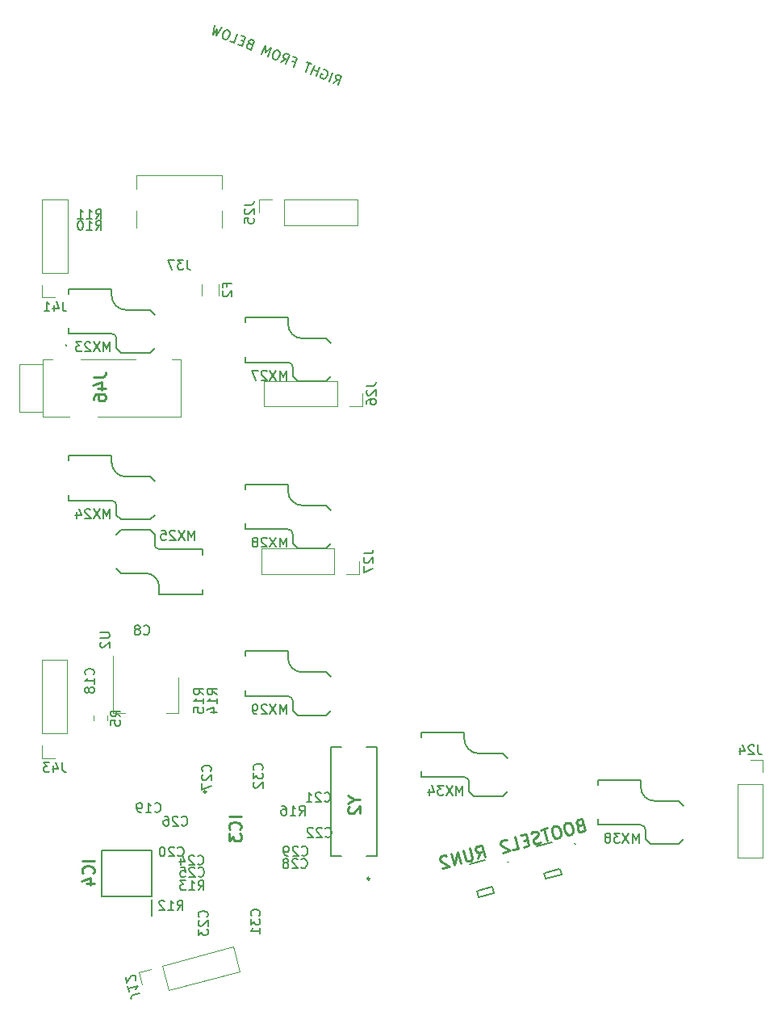
<source format=gbr>
G04 #@! TF.GenerationSoftware,KiCad,Pcbnew,(5.1.4)-1*
G04 #@! TF.CreationDate,2023-01-08T18:51:13-05:00*
G04 #@! TF.ProjectId,ThumbsUp,5468756d-6273-4557-902e-6b696361645f,rev?*
G04 #@! TF.SameCoordinates,Original*
G04 #@! TF.FileFunction,Legend,Bot*
G04 #@! TF.FilePolarity,Positive*
%FSLAX46Y46*%
G04 Gerber Fmt 4.6, Leading zero omitted, Abs format (unit mm)*
G04 Created by KiCad (PCBNEW (5.1.4)-1) date 2023-01-08 18:51:13*
%MOMM*%
%LPD*%
G04 APERTURE LIST*
%ADD10C,0.150000*%
%ADD11C,0.120000*%
%ADD12C,0.200000*%
%ADD13C,0.100000*%
%ADD14C,0.254000*%
G04 APERTURE END LIST*
D10*
X184629295Y-378825026D02*
X185116740Y-378508379D01*
X185159114Y-379039087D02*
X185533721Y-378111903D01*
X185180508Y-377969196D01*
X185074366Y-377977671D01*
X185012376Y-378003984D01*
X184932548Y-378074449D01*
X184879033Y-378206904D01*
X184887508Y-378313045D01*
X184913821Y-378375035D01*
X184984286Y-378454864D01*
X185337499Y-378597571D01*
X184231931Y-378664481D02*
X184606537Y-377737297D01*
X183661515Y-377406842D02*
X183767657Y-377398367D01*
X183900111Y-377451882D01*
X184014728Y-377549549D01*
X184067354Y-377673529D01*
X184075829Y-377779671D01*
X184048627Y-377974116D01*
X183995112Y-378106570D01*
X183879607Y-378265338D01*
X183799778Y-378335803D01*
X183675798Y-378388430D01*
X183525505Y-378379066D01*
X183437202Y-378343389D01*
X183322585Y-378245722D01*
X183296272Y-378183732D01*
X183421141Y-377874671D01*
X183597747Y-377946025D01*
X182863231Y-378111490D02*
X183237837Y-377184306D01*
X183059453Y-377625822D02*
X182529634Y-377411761D01*
X182333411Y-377897429D02*
X182708018Y-376970245D01*
X182398957Y-376845376D02*
X181869137Y-376631315D01*
X181759440Y-377665530D02*
X182134047Y-376738346D01*
X180366205Y-376537679D02*
X180675266Y-376662548D01*
X180479044Y-377148216D02*
X180853650Y-376221032D01*
X180412134Y-376042648D01*
X179154495Y-376613064D02*
X179641941Y-376296416D01*
X179684315Y-376827124D02*
X180058921Y-375899941D01*
X179705708Y-375757233D01*
X179599567Y-375765708D01*
X179537577Y-375792021D01*
X179457748Y-375862486D01*
X179404233Y-375994941D01*
X179412708Y-376101083D01*
X179439021Y-376163073D01*
X179509486Y-376242901D01*
X179862699Y-376385608D01*
X178955131Y-375453980D02*
X178778524Y-375382627D01*
X178672383Y-375391102D01*
X178548403Y-375443728D01*
X178432897Y-375602496D01*
X178308029Y-375911557D01*
X178280827Y-376106002D01*
X178333453Y-376229982D01*
X178403918Y-376309811D01*
X178580524Y-376381164D01*
X178686666Y-376372689D01*
X178810646Y-376320063D01*
X178926151Y-376161295D01*
X179051020Y-375852234D01*
X179078222Y-375657789D01*
X179025596Y-375533809D01*
X178955131Y-375453980D01*
X177785795Y-376060073D02*
X178160402Y-375132889D01*
X177583764Y-375670294D01*
X177542279Y-374883151D01*
X177167673Y-375810335D01*
X175906892Y-374736000D02*
X175756599Y-374726636D01*
X175694609Y-374752949D01*
X175614780Y-374823414D01*
X175561265Y-374955869D01*
X175569740Y-375062011D01*
X175596053Y-375124001D01*
X175666518Y-375203829D01*
X176019731Y-375346536D01*
X176394337Y-374419353D01*
X176085276Y-374294484D01*
X175979134Y-374302959D01*
X175917144Y-374329272D01*
X175837316Y-374399737D01*
X175801639Y-374488040D01*
X175810114Y-374594181D01*
X175836427Y-374656171D01*
X175906892Y-374736000D01*
X176215953Y-374860869D01*
X175288769Y-374486262D02*
X174979708Y-374361393D01*
X174651031Y-374793546D02*
X175092547Y-374971930D01*
X175467153Y-374044746D01*
X175025637Y-373866362D01*
X173812150Y-374454616D02*
X174253666Y-374633000D01*
X174628273Y-373705816D01*
X173701089Y-373331210D02*
X173524483Y-373259856D01*
X173418341Y-373268331D01*
X173294361Y-373320957D01*
X173178856Y-373479725D01*
X173053987Y-373788787D01*
X173026785Y-373983231D01*
X173079411Y-374107211D01*
X173149876Y-374187040D01*
X173326482Y-374258394D01*
X173432624Y-374249919D01*
X173556604Y-374197292D01*
X173672109Y-374038524D01*
X173796978Y-373729463D01*
X173824180Y-373535018D01*
X173771554Y-373411038D01*
X173701089Y-373331210D01*
X172994663Y-373045795D02*
X172399299Y-373883787D01*
X172490268Y-373150159D01*
X172046086Y-373741080D01*
X172199934Y-372724704D01*
X161412025Y-418610323D02*
X161412025Y-417910323D01*
X161412025Y-417910323D02*
X156912025Y-417910323D01*
X162912025Y-420110323D02*
G75*
G02X161412025Y-418610323I0J1500000D01*
G01*
X162412025Y-424610323D02*
X161912025Y-424110323D01*
X161912025Y-423110323D02*
X161912025Y-424110323D01*
X156912025Y-422610323D02*
X161412025Y-422610323D01*
X165912025Y-420610323D02*
X165412025Y-420110323D01*
X156912025Y-422010323D02*
X156912025Y-422610323D01*
X165412025Y-420110323D02*
X162912025Y-420110323D01*
X165912025Y-424110323D02*
X165412025Y-424610323D01*
X165412025Y-424610323D02*
X162412025Y-424610323D01*
X161412025Y-422610323D02*
G75*
G02X161912025Y-423110323I0J-500000D01*
G01*
X156912025Y-417910323D02*
X156912025Y-418410323D01*
D11*
X159522000Y-445675078D02*
X159522000Y-445157922D01*
X160942000Y-445675078D02*
X160942000Y-445157922D01*
X170840000Y-401102064D02*
X170840000Y-399897936D01*
X172660000Y-401102064D02*
X172660000Y-399897936D01*
D12*
X156600000Y-406400000D02*
G75*
G03X156600000Y-406300000I0J50000D01*
G01*
X156600000Y-406300000D02*
G75*
G03X156600000Y-406400000I0J-50000D01*
G01*
X156600000Y-406400000D02*
G75*
G03X156600000Y-406300000I0J50000D01*
G01*
X156600000Y-406300000D02*
X156600000Y-406300000D01*
X156600000Y-406400000D02*
X156600000Y-406400000D01*
X156600000Y-406300000D02*
X156600000Y-406300000D01*
D13*
X158200000Y-407825000D02*
X163950000Y-407825000D01*
X158200000Y-407825000D02*
X158200000Y-407825000D01*
X163950000Y-407825000D02*
X158200000Y-407825000D01*
X163950000Y-407825000D02*
X163950000Y-407825000D01*
X167700000Y-407825000D02*
X168700000Y-407825000D01*
X167700000Y-407825000D02*
X167700000Y-407825000D01*
X168700000Y-407825000D02*
X167700000Y-407825000D01*
X168700000Y-407825000D02*
X168700000Y-407825000D01*
X168700000Y-413825000D02*
X168700000Y-413825000D01*
X168700000Y-407825000D02*
X168700000Y-413825000D01*
X168700000Y-407825000D02*
X168700000Y-407825000D01*
X168700000Y-413825000D02*
X168700000Y-407825000D01*
X168700000Y-413825000D02*
X159950000Y-413825000D01*
X168700000Y-413825000D02*
X168700000Y-413825000D01*
X159950000Y-413825000D02*
X168700000Y-413825000D01*
X159950000Y-413825000D02*
X159950000Y-413825000D01*
X156950000Y-413825000D02*
X154200000Y-413825000D01*
X156950000Y-413825000D02*
X156950000Y-413825000D01*
X154200000Y-413825000D02*
X156950000Y-413825000D01*
X154200000Y-413825000D02*
X154200000Y-413825000D01*
X154200000Y-413350000D02*
X154200000Y-413350000D01*
X154200000Y-413825000D02*
X154200000Y-413350000D01*
X154200000Y-413825000D02*
X154200000Y-413825000D01*
X154200000Y-413350000D02*
X154200000Y-413825000D01*
X151700000Y-408300000D02*
X154200000Y-408300000D01*
X151700000Y-413325000D02*
X151700000Y-408300000D01*
X154200000Y-413325000D02*
X151700000Y-413325000D01*
X154200000Y-408300000D02*
X154200000Y-413325000D01*
X154200000Y-407825000D02*
X154200000Y-407825000D01*
X154200000Y-408300000D02*
X154200000Y-407825000D01*
X154200000Y-408300000D02*
X154200000Y-408300000D01*
X154200000Y-407825000D02*
X154200000Y-408300000D01*
X154200000Y-407825000D02*
X155200000Y-407825000D01*
X154200000Y-407825000D02*
X154200000Y-407825000D01*
X155200000Y-407825000D02*
X154200000Y-407825000D01*
X155200000Y-407825000D02*
X155200000Y-407825000D01*
D11*
X164040000Y-394010000D02*
X164040000Y-392210000D01*
X164040000Y-388500000D02*
X164040000Y-389960000D01*
X172980000Y-388500000D02*
X172980000Y-389960000D01*
X172980000Y-394010000D02*
X172980000Y-392210000D01*
X172980000Y-388500000D02*
X164040000Y-388500000D01*
X154082019Y-449610280D02*
X155412019Y-449610280D01*
X154082019Y-448280280D02*
X154082019Y-449610280D01*
X154082019Y-447010280D02*
X156742019Y-447010280D01*
X156742019Y-447010280D02*
X156742019Y-439330280D01*
X154082019Y-447010280D02*
X154082019Y-439330280D01*
X154082019Y-439330280D02*
X156742019Y-439330280D01*
X154128726Y-401310794D02*
X155458726Y-401310794D01*
X154128726Y-399980794D02*
X154128726Y-401310794D01*
X154128726Y-398710794D02*
X156788726Y-398710794D01*
X156788726Y-398710794D02*
X156788726Y-391030794D01*
X154128726Y-398710794D02*
X154128726Y-391030794D01*
X154128726Y-391030794D02*
X156788726Y-391030794D01*
D10*
X216912025Y-452610322D02*
X216912025Y-451910322D01*
X216912025Y-451910322D02*
X212412025Y-451910322D01*
X218412025Y-454110322D02*
G75*
G02X216912025Y-452610322I0J1500000D01*
G01*
X217912025Y-458610322D02*
X217412025Y-458110322D01*
X217412025Y-457110322D02*
X217412025Y-458110322D01*
X212412025Y-456610322D02*
X216912025Y-456610322D01*
X221412025Y-454610322D02*
X220912025Y-454110322D01*
X212412025Y-456010322D02*
X212412025Y-456610322D01*
X220912025Y-454110322D02*
X218412025Y-454110322D01*
X221412025Y-458110322D02*
X220912025Y-458610322D01*
X220912025Y-458610322D02*
X217912025Y-458610322D01*
X216912025Y-456610322D02*
G75*
G02X217412025Y-457110322I0J-500000D01*
G01*
X212412025Y-451910322D02*
X212412025Y-452410322D01*
X166412025Y-431710322D02*
X166412025Y-432410322D01*
X166412025Y-432410322D02*
X170912025Y-432410322D01*
X164912025Y-430210322D02*
G75*
G02X166412025Y-431710322I0J-1500000D01*
G01*
X165412025Y-425710322D02*
X165912025Y-426210322D01*
X165912025Y-427210322D02*
X165912025Y-426210322D01*
X170912025Y-427710322D02*
X166412025Y-427710322D01*
X161912025Y-429710322D02*
X162412025Y-430210322D01*
X170912025Y-428310322D02*
X170912025Y-427710322D01*
X162412025Y-430210322D02*
X164912025Y-430210322D01*
X161912025Y-426210322D02*
X162412025Y-425710322D01*
X162412025Y-425710322D02*
X165412025Y-425710322D01*
X166412025Y-427710322D02*
G75*
G02X165912025Y-427210322I0J500000D01*
G01*
X170912025Y-432410322D02*
X170912025Y-431910322D01*
X179912025Y-421610322D02*
X179912025Y-420910322D01*
X179912025Y-420910322D02*
X175412025Y-420910322D01*
X181412025Y-423110322D02*
G75*
G02X179912025Y-421610322I0J1500000D01*
G01*
X180912025Y-427610322D02*
X180412025Y-427110322D01*
X180412025Y-426110322D02*
X180412025Y-427110322D01*
X175412025Y-425610322D02*
X179912025Y-425610322D01*
X184412025Y-423610322D02*
X183912025Y-423110322D01*
X175412025Y-425010322D02*
X175412025Y-425610322D01*
X183912025Y-423110322D02*
X181412025Y-423110322D01*
X184412025Y-427110322D02*
X183912025Y-427610322D01*
X183912025Y-427610322D02*
X180912025Y-427610322D01*
X179912025Y-425610322D02*
G75*
G02X180412025Y-426110322I0J-500000D01*
G01*
X175412025Y-420910322D02*
X175412025Y-421410322D01*
X198412025Y-447610323D02*
X198412025Y-446910323D01*
X198412025Y-446910323D02*
X193912025Y-446910323D01*
X199912025Y-449110323D02*
G75*
G02X198412025Y-447610323I0J1500000D01*
G01*
X199412025Y-453610323D02*
X198912025Y-453110323D01*
X198912025Y-452110323D02*
X198912025Y-453110323D01*
X193912025Y-451610323D02*
X198412025Y-451610323D01*
X202912025Y-449610323D02*
X202412025Y-449110323D01*
X193912025Y-451010323D02*
X193912025Y-451610323D01*
X202412025Y-449110323D02*
X199912025Y-449110323D01*
X202912025Y-453110323D02*
X202412025Y-453610323D01*
X202412025Y-453610323D02*
X199412025Y-453610323D01*
X198412025Y-451610323D02*
G75*
G02X198912025Y-452110323I0J-500000D01*
G01*
X193912025Y-446910323D02*
X193912025Y-447410323D01*
X179912025Y-404110323D02*
X179912025Y-403410323D01*
X179912025Y-403410323D02*
X175412025Y-403410323D01*
X181412025Y-405610323D02*
G75*
G02X179912025Y-404110323I0J1500000D01*
G01*
X180912025Y-410110323D02*
X180412025Y-409610323D01*
X180412025Y-408610323D02*
X180412025Y-409610323D01*
X175412025Y-408110323D02*
X179912025Y-408110323D01*
X184412025Y-406110323D02*
X183912025Y-405610323D01*
X175412025Y-407510323D02*
X175412025Y-408110323D01*
X183912025Y-405610323D02*
X181412025Y-405610323D01*
X184412025Y-409610323D02*
X183912025Y-410110323D01*
X183912025Y-410110323D02*
X180912025Y-410110323D01*
X179912025Y-408110323D02*
G75*
G02X180412025Y-408610323I0J-500000D01*
G01*
X175412025Y-403410323D02*
X175412025Y-403910323D01*
X179912025Y-439110322D02*
X179912025Y-438410322D01*
X179912025Y-438410322D02*
X175412025Y-438410322D01*
X181412025Y-440610322D02*
G75*
G02X179912025Y-439110322I0J1500000D01*
G01*
X180912025Y-445110322D02*
X180412025Y-444610322D01*
X180412025Y-443610322D02*
X180412025Y-444610322D01*
X175412025Y-443110322D02*
X179912025Y-443110322D01*
X184412025Y-441110322D02*
X183912025Y-440610322D01*
X175412025Y-442510322D02*
X175412025Y-443110322D01*
X183912025Y-440610322D02*
X181412025Y-440610322D01*
X184412025Y-444610322D02*
X183912025Y-445110322D01*
X183912025Y-445110322D02*
X180912025Y-445110322D01*
X179912025Y-443110322D02*
G75*
G02X180412025Y-443610322I0J-500000D01*
G01*
X175412025Y-438410322D02*
X175412025Y-438910322D01*
D11*
X229742025Y-449780322D02*
X228412025Y-449780322D01*
X229742025Y-451110322D02*
X229742025Y-449780322D01*
X229742025Y-452380322D02*
X227082025Y-452380322D01*
X227082025Y-452380322D02*
X227082025Y-460060322D01*
X229742025Y-452380322D02*
X229742025Y-460060322D01*
X229742025Y-460060322D02*
X227082025Y-460060322D01*
X176882025Y-391080322D02*
X176882025Y-392410322D01*
X178212025Y-391080322D02*
X176882025Y-391080322D01*
X179482025Y-391080322D02*
X179482025Y-393740322D01*
X179482025Y-393740322D02*
X187162025Y-393740322D01*
X179482025Y-391080322D02*
X187162025Y-391080322D01*
X187162025Y-391080322D02*
X187162025Y-393740322D01*
X187386722Y-430287847D02*
X187386722Y-428957847D01*
X186056722Y-430287847D02*
X187386722Y-430287847D01*
X184786722Y-430287847D02*
X184786722Y-427627847D01*
X184786722Y-427627847D02*
X177106722Y-427627847D01*
X184786722Y-430287847D02*
X177106722Y-430287847D01*
X177106722Y-430287847D02*
X177106722Y-427627847D01*
X187689012Y-412722011D02*
X187689012Y-411392011D01*
X186359012Y-412722011D02*
X187689012Y-412722011D01*
X185089012Y-412722011D02*
X185089012Y-410062011D01*
X185089012Y-410062011D02*
X177409012Y-410062011D01*
X185089012Y-412722011D02*
X177409012Y-412722011D01*
X177409012Y-412722011D02*
X177409012Y-410062011D01*
X164222759Y-472042071D02*
X164566989Y-473326752D01*
X165507441Y-471697842D02*
X164222759Y-472042071D01*
X166734166Y-471369141D02*
X167422625Y-473938504D01*
X167422625Y-473938504D02*
X174840935Y-471950774D01*
X166734166Y-471369141D02*
X174152477Y-469381411D01*
X174152477Y-469381411D02*
X174840935Y-471950774D01*
D10*
X161412026Y-401110322D02*
X161412026Y-400410322D01*
X161412026Y-400410322D02*
X156912026Y-400410322D01*
X162912026Y-402610322D02*
G75*
G02X161412026Y-401110322I0J1500000D01*
G01*
X162412026Y-407110322D02*
X161912026Y-406610322D01*
X161912026Y-405610322D02*
X161912026Y-406610322D01*
X156912026Y-405110322D02*
X161412026Y-405110322D01*
X165912026Y-403110322D02*
X165412026Y-402610322D01*
X156912026Y-404510322D02*
X156912026Y-405110322D01*
X165412026Y-402610322D02*
X162912026Y-402610322D01*
X165912026Y-406610322D02*
X165412026Y-407110322D01*
X165412026Y-407110322D02*
X162412026Y-407110322D01*
X161412026Y-405110322D02*
G75*
G02X161912026Y-405610322I0J-500000D01*
G01*
X156912026Y-400410322D02*
X156912026Y-400910322D01*
D14*
X188485880Y-462255000D02*
G75*
G03X188485880Y-462255000I-125880J0D01*
G01*
D12*
X189250000Y-448450000D02*
X188150000Y-448450000D01*
X184450000Y-448450000D02*
X185550000Y-448450000D01*
X184450000Y-459850000D02*
X185550000Y-459850000D01*
X189250000Y-459850000D02*
X188150000Y-459850000D01*
X184450000Y-459850000D02*
X184450000Y-448450000D01*
X189250000Y-459850000D02*
X189250000Y-448450000D01*
D11*
X161590000Y-438900000D02*
X161590000Y-444910000D01*
X168410000Y-441150000D02*
X168410000Y-444910000D01*
X161590000Y-444910000D02*
X162850000Y-444910000D01*
X168410000Y-444910000D02*
X167150000Y-444910000D01*
D13*
X202899385Y-460505965D02*
G75*
G03X202995977Y-460480083I48296J12941D01*
G01*
X202995977Y-460480083D02*
G75*
G03X202899385Y-460505965I-48296J-12941D01*
G01*
X202995977Y-460480083D02*
X202995977Y-460480083D01*
X202899385Y-460505965D02*
X202899385Y-460505965D01*
D12*
X200573763Y-460326774D02*
X198979985Y-460753826D01*
X201324338Y-463127959D02*
X199778857Y-463542070D01*
X199898793Y-464182862D02*
X199730561Y-463555011D01*
X201540867Y-463742870D02*
X199898793Y-464182862D01*
X201372635Y-463115018D02*
X201540867Y-463742870D01*
X165580000Y-466125000D02*
X165580000Y-464475000D01*
X160360000Y-464125000D02*
X165640000Y-464125000D01*
X160360000Y-459275000D02*
X160360000Y-464125000D01*
X165640000Y-459275000D02*
X160360000Y-459275000D01*
X165640000Y-464125000D02*
X165640000Y-459275000D01*
D14*
X171300000Y-453125000D02*
G75*
G03X171300000Y-453125000I-100000J0D01*
G01*
D13*
X209949385Y-458605965D02*
G75*
G03X210045977Y-458580083I48296J12941D01*
G01*
X210045977Y-458580083D02*
G75*
G03X209949385Y-458605965I-48296J-12941D01*
G01*
X210045977Y-458580083D02*
X210045977Y-458580083D01*
X209949385Y-458605965D02*
X209949385Y-458605965D01*
D12*
X207623763Y-458426774D02*
X206029985Y-458853826D01*
X208374338Y-461227959D02*
X206828857Y-461642070D01*
X206948793Y-462282862D02*
X206780561Y-461655011D01*
X208590867Y-461842870D02*
X206948793Y-462282862D01*
X208422635Y-461215018D02*
X208590867Y-461842870D01*
D10*
X161228929Y-424482703D02*
X161228929Y-423482703D01*
X160895596Y-424196989D01*
X160562263Y-423482703D01*
X160562263Y-424482703D01*
X160181310Y-423482703D02*
X159514644Y-424482703D01*
X159514644Y-423482703D02*
X160181310Y-424482703D01*
X159181310Y-423577942D02*
X159133691Y-423530323D01*
X159038453Y-423482703D01*
X158800358Y-423482703D01*
X158705120Y-423530323D01*
X158657501Y-423577942D01*
X158609882Y-423673180D01*
X158609882Y-423768418D01*
X158657501Y-423911275D01*
X159228929Y-424482703D01*
X158609882Y-424482703D01*
X157752739Y-423816037D02*
X157752739Y-424482703D01*
X157990834Y-423435084D02*
X158228929Y-424149370D01*
X157609882Y-424149370D01*
X162334380Y-445249833D02*
X161858190Y-444916500D01*
X162334380Y-444678404D02*
X161334380Y-444678404D01*
X161334380Y-445059357D01*
X161382000Y-445154595D01*
X161429619Y-445202214D01*
X161524857Y-445249833D01*
X161667714Y-445249833D01*
X161762952Y-445202214D01*
X161810571Y-445154595D01*
X161858190Y-445059357D01*
X161858190Y-444678404D01*
X161334380Y-446154595D02*
X161334380Y-445678404D01*
X161810571Y-445630785D01*
X161762952Y-445678404D01*
X161715333Y-445773642D01*
X161715333Y-446011738D01*
X161762952Y-446106976D01*
X161810571Y-446154595D01*
X161905809Y-446202214D01*
X162143904Y-446202214D01*
X162239142Y-446154595D01*
X162286761Y-446106976D01*
X162334380Y-446011738D01*
X162334380Y-445773642D01*
X162286761Y-445678404D01*
X162239142Y-445630785D01*
X181092857Y-455602380D02*
X181426190Y-455126190D01*
X181664285Y-455602380D02*
X181664285Y-454602380D01*
X181283333Y-454602380D01*
X181188095Y-454650000D01*
X181140476Y-454697619D01*
X181092857Y-454792857D01*
X181092857Y-454935714D01*
X181140476Y-455030952D01*
X181188095Y-455078571D01*
X181283333Y-455126190D01*
X181664285Y-455126190D01*
X180140476Y-455602380D02*
X180711904Y-455602380D01*
X180426190Y-455602380D02*
X180426190Y-454602380D01*
X180521428Y-454745238D01*
X180616666Y-454840476D01*
X180711904Y-454888095D01*
X179283333Y-454602380D02*
X179473809Y-454602380D01*
X179569047Y-454650000D01*
X179616666Y-454697619D01*
X179711904Y-454840476D01*
X179759523Y-455030952D01*
X179759523Y-455411904D01*
X179711904Y-455507142D01*
X179664285Y-455554761D01*
X179569047Y-455602380D01*
X179378571Y-455602380D01*
X179283333Y-455554761D01*
X179235714Y-455507142D01*
X179188095Y-455411904D01*
X179188095Y-455173809D01*
X179235714Y-455078571D01*
X179283333Y-455030952D01*
X179378571Y-454983333D01*
X179569047Y-454983333D01*
X179664285Y-455030952D01*
X179711904Y-455078571D01*
X179759523Y-455173809D01*
X171052380Y-442957142D02*
X170576190Y-442623809D01*
X171052380Y-442385714D02*
X170052380Y-442385714D01*
X170052380Y-442766666D01*
X170100000Y-442861904D01*
X170147619Y-442909523D01*
X170242857Y-442957142D01*
X170385714Y-442957142D01*
X170480952Y-442909523D01*
X170528571Y-442861904D01*
X170576190Y-442766666D01*
X170576190Y-442385714D01*
X171052380Y-443909523D02*
X171052380Y-443338095D01*
X171052380Y-443623809D02*
X170052380Y-443623809D01*
X170195238Y-443528571D01*
X170290476Y-443433333D01*
X170338095Y-443338095D01*
X170052380Y-444814285D02*
X170052380Y-444338095D01*
X170528571Y-444290476D01*
X170480952Y-444338095D01*
X170433333Y-444433333D01*
X170433333Y-444671428D01*
X170480952Y-444766666D01*
X170528571Y-444814285D01*
X170623809Y-444861904D01*
X170861904Y-444861904D01*
X170957142Y-444814285D01*
X171004761Y-444766666D01*
X171052380Y-444671428D01*
X171052380Y-444433333D01*
X171004761Y-444338095D01*
X170957142Y-444290476D01*
X172452380Y-442957142D02*
X171976190Y-442623809D01*
X172452380Y-442385714D02*
X171452380Y-442385714D01*
X171452380Y-442766666D01*
X171500000Y-442861904D01*
X171547619Y-442909523D01*
X171642857Y-442957142D01*
X171785714Y-442957142D01*
X171880952Y-442909523D01*
X171928571Y-442861904D01*
X171976190Y-442766666D01*
X171976190Y-442385714D01*
X172452380Y-443909523D02*
X172452380Y-443338095D01*
X172452380Y-443623809D02*
X171452380Y-443623809D01*
X171595238Y-443528571D01*
X171690476Y-443433333D01*
X171738095Y-443338095D01*
X171785714Y-444766666D02*
X172452380Y-444766666D01*
X171404761Y-444528571D02*
X172119047Y-444290476D01*
X172119047Y-444909523D01*
X170492857Y-463452380D02*
X170826190Y-462976190D01*
X171064285Y-463452380D02*
X171064285Y-462452380D01*
X170683333Y-462452380D01*
X170588095Y-462500000D01*
X170540476Y-462547619D01*
X170492857Y-462642857D01*
X170492857Y-462785714D01*
X170540476Y-462880952D01*
X170588095Y-462928571D01*
X170683333Y-462976190D01*
X171064285Y-462976190D01*
X169540476Y-463452380D02*
X170111904Y-463452380D01*
X169826190Y-463452380D02*
X169826190Y-462452380D01*
X169921428Y-462595238D01*
X170016666Y-462690476D01*
X170111904Y-462738095D01*
X169207142Y-462452380D02*
X168588095Y-462452380D01*
X168921428Y-462833333D01*
X168778571Y-462833333D01*
X168683333Y-462880952D01*
X168635714Y-462928571D01*
X168588095Y-463023809D01*
X168588095Y-463261904D01*
X168635714Y-463357142D01*
X168683333Y-463404761D01*
X168778571Y-463452380D01*
X169064285Y-463452380D01*
X169159523Y-463404761D01*
X169207142Y-463357142D01*
X168292857Y-465527380D02*
X168626190Y-465051190D01*
X168864285Y-465527380D02*
X168864285Y-464527380D01*
X168483333Y-464527380D01*
X168388095Y-464575000D01*
X168340476Y-464622619D01*
X168292857Y-464717857D01*
X168292857Y-464860714D01*
X168340476Y-464955952D01*
X168388095Y-465003571D01*
X168483333Y-465051190D01*
X168864285Y-465051190D01*
X167340476Y-465527380D02*
X167911904Y-465527380D01*
X167626190Y-465527380D02*
X167626190Y-464527380D01*
X167721428Y-464670238D01*
X167816666Y-464765476D01*
X167911904Y-464813095D01*
X166959523Y-464622619D02*
X166911904Y-464575000D01*
X166816666Y-464527380D01*
X166578571Y-464527380D01*
X166483333Y-464575000D01*
X166435714Y-464622619D01*
X166388095Y-464717857D01*
X166388095Y-464813095D01*
X166435714Y-464955952D01*
X167007142Y-465527380D01*
X166388095Y-465527380D01*
X159742857Y-393052380D02*
X160076190Y-392576190D01*
X160314285Y-393052380D02*
X160314285Y-392052380D01*
X159933333Y-392052380D01*
X159838095Y-392100000D01*
X159790476Y-392147619D01*
X159742857Y-392242857D01*
X159742857Y-392385714D01*
X159790476Y-392480952D01*
X159838095Y-392528571D01*
X159933333Y-392576190D01*
X160314285Y-392576190D01*
X158790476Y-393052380D02*
X159361904Y-393052380D01*
X159076190Y-393052380D02*
X159076190Y-392052380D01*
X159171428Y-392195238D01*
X159266666Y-392290476D01*
X159361904Y-392338095D01*
X157838095Y-393052380D02*
X158409523Y-393052380D01*
X158123809Y-393052380D02*
X158123809Y-392052380D01*
X158219047Y-392195238D01*
X158314285Y-392290476D01*
X158409523Y-392338095D01*
X159742857Y-394252380D02*
X160076190Y-393776190D01*
X160314285Y-394252380D02*
X160314285Y-393252380D01*
X159933333Y-393252380D01*
X159838095Y-393300000D01*
X159790476Y-393347619D01*
X159742857Y-393442857D01*
X159742857Y-393585714D01*
X159790476Y-393680952D01*
X159838095Y-393728571D01*
X159933333Y-393776190D01*
X160314285Y-393776190D01*
X158790476Y-394252380D02*
X159361904Y-394252380D01*
X159076190Y-394252380D02*
X159076190Y-393252380D01*
X159171428Y-393395238D01*
X159266666Y-393490476D01*
X159361904Y-393538095D01*
X158171428Y-393252380D02*
X158076190Y-393252380D01*
X157980952Y-393300000D01*
X157933333Y-393347619D01*
X157885714Y-393442857D01*
X157838095Y-393633333D01*
X157838095Y-393871428D01*
X157885714Y-394061904D01*
X157933333Y-394157142D01*
X157980952Y-394204761D01*
X158076190Y-394252380D01*
X158171428Y-394252380D01*
X158266666Y-394204761D01*
X158314285Y-394157142D01*
X158361904Y-394061904D01*
X158409523Y-393871428D01*
X158409523Y-393633333D01*
X158361904Y-393442857D01*
X158314285Y-393347619D01*
X158266666Y-393300000D01*
X158171428Y-393252380D01*
X173498571Y-400166666D02*
X173498571Y-399833333D01*
X174022380Y-399833333D02*
X173022380Y-399833333D01*
X173022380Y-400309523D01*
X173117619Y-400642857D02*
X173070000Y-400690476D01*
X173022380Y-400785714D01*
X173022380Y-401023809D01*
X173070000Y-401119047D01*
X173117619Y-401166666D01*
X173212857Y-401214285D01*
X173308095Y-401214285D01*
X173450952Y-401166666D01*
X174022380Y-400595238D01*
X174022380Y-401214285D01*
X177177142Y-450822142D02*
X177224761Y-450774523D01*
X177272380Y-450631666D01*
X177272380Y-450536428D01*
X177224761Y-450393571D01*
X177129523Y-450298333D01*
X177034285Y-450250714D01*
X176843809Y-450203095D01*
X176700952Y-450203095D01*
X176510476Y-450250714D01*
X176415238Y-450298333D01*
X176320000Y-450393571D01*
X176272380Y-450536428D01*
X176272380Y-450631666D01*
X176320000Y-450774523D01*
X176367619Y-450822142D01*
X176272380Y-451155476D02*
X176272380Y-451774523D01*
X176653333Y-451441190D01*
X176653333Y-451584047D01*
X176700952Y-451679285D01*
X176748571Y-451726904D01*
X176843809Y-451774523D01*
X177081904Y-451774523D01*
X177177142Y-451726904D01*
X177224761Y-451679285D01*
X177272380Y-451584047D01*
X177272380Y-451298333D01*
X177224761Y-451203095D01*
X177177142Y-451155476D01*
X176367619Y-452155476D02*
X176320000Y-452203095D01*
X176272380Y-452298333D01*
X176272380Y-452536428D01*
X176320000Y-452631666D01*
X176367619Y-452679285D01*
X176462857Y-452726904D01*
X176558095Y-452726904D01*
X176700952Y-452679285D01*
X177272380Y-452107857D01*
X177272380Y-452726904D01*
X176895142Y-466107142D02*
X176942761Y-466059523D01*
X176990380Y-465916666D01*
X176990380Y-465821428D01*
X176942761Y-465678571D01*
X176847523Y-465583333D01*
X176752285Y-465535714D01*
X176561809Y-465488095D01*
X176418952Y-465488095D01*
X176228476Y-465535714D01*
X176133238Y-465583333D01*
X176038000Y-465678571D01*
X175990380Y-465821428D01*
X175990380Y-465916666D01*
X176038000Y-466059523D01*
X176085619Y-466107142D01*
X175990380Y-466440476D02*
X175990380Y-467059523D01*
X176371333Y-466726190D01*
X176371333Y-466869047D01*
X176418952Y-466964285D01*
X176466571Y-467011904D01*
X176561809Y-467059523D01*
X176799904Y-467059523D01*
X176895142Y-467011904D01*
X176942761Y-466964285D01*
X176990380Y-466869047D01*
X176990380Y-466583333D01*
X176942761Y-466488095D01*
X176895142Y-466440476D01*
X176990380Y-468011904D02*
X176990380Y-467440476D01*
X176990380Y-467726190D02*
X175990380Y-467726190D01*
X176133238Y-467630952D01*
X176228476Y-467535714D01*
X176276095Y-467440476D01*
X181342857Y-459757142D02*
X181390476Y-459804761D01*
X181533333Y-459852380D01*
X181628571Y-459852380D01*
X181771428Y-459804761D01*
X181866666Y-459709523D01*
X181914285Y-459614285D01*
X181961904Y-459423809D01*
X181961904Y-459280952D01*
X181914285Y-459090476D01*
X181866666Y-458995238D01*
X181771428Y-458900000D01*
X181628571Y-458852380D01*
X181533333Y-458852380D01*
X181390476Y-458900000D01*
X181342857Y-458947619D01*
X180961904Y-458947619D02*
X180914285Y-458900000D01*
X180819047Y-458852380D01*
X180580952Y-458852380D01*
X180485714Y-458900000D01*
X180438095Y-458947619D01*
X180390476Y-459042857D01*
X180390476Y-459138095D01*
X180438095Y-459280952D01*
X181009523Y-459852380D01*
X180390476Y-459852380D01*
X179914285Y-459852380D02*
X179723809Y-459852380D01*
X179628571Y-459804761D01*
X179580952Y-459757142D01*
X179485714Y-459614285D01*
X179438095Y-459423809D01*
X179438095Y-459042857D01*
X179485714Y-458947619D01*
X179533333Y-458900000D01*
X179628571Y-458852380D01*
X179819047Y-458852380D01*
X179914285Y-458900000D01*
X179961904Y-458947619D01*
X180009523Y-459042857D01*
X180009523Y-459280952D01*
X179961904Y-459376190D01*
X179914285Y-459423809D01*
X179819047Y-459471428D01*
X179628571Y-459471428D01*
X179533333Y-459423809D01*
X179485714Y-459376190D01*
X179438095Y-459280952D01*
X181292857Y-461057142D02*
X181340476Y-461104761D01*
X181483333Y-461152380D01*
X181578571Y-461152380D01*
X181721428Y-461104761D01*
X181816666Y-461009523D01*
X181864285Y-460914285D01*
X181911904Y-460723809D01*
X181911904Y-460580952D01*
X181864285Y-460390476D01*
X181816666Y-460295238D01*
X181721428Y-460200000D01*
X181578571Y-460152380D01*
X181483333Y-460152380D01*
X181340476Y-460200000D01*
X181292857Y-460247619D01*
X180911904Y-460247619D02*
X180864285Y-460200000D01*
X180769047Y-460152380D01*
X180530952Y-460152380D01*
X180435714Y-460200000D01*
X180388095Y-460247619D01*
X180340476Y-460342857D01*
X180340476Y-460438095D01*
X180388095Y-460580952D01*
X180959523Y-461152380D01*
X180340476Y-461152380D01*
X179769047Y-460580952D02*
X179864285Y-460533333D01*
X179911904Y-460485714D01*
X179959523Y-460390476D01*
X179959523Y-460342857D01*
X179911904Y-460247619D01*
X179864285Y-460200000D01*
X179769047Y-460152380D01*
X179578571Y-460152380D01*
X179483333Y-460200000D01*
X179435714Y-460247619D01*
X179388095Y-460342857D01*
X179388095Y-460390476D01*
X179435714Y-460485714D01*
X179483333Y-460533333D01*
X179578571Y-460580952D01*
X179769047Y-460580952D01*
X179864285Y-460628571D01*
X179911904Y-460676190D01*
X179959523Y-460771428D01*
X179959523Y-460961904D01*
X179911904Y-461057142D01*
X179864285Y-461104761D01*
X179769047Y-461152380D01*
X179578571Y-461152380D01*
X179483333Y-461104761D01*
X179435714Y-461057142D01*
X179388095Y-460961904D01*
X179388095Y-460771428D01*
X179435714Y-460676190D01*
X179483333Y-460628571D01*
X179578571Y-460580952D01*
X171777142Y-450972142D02*
X171824761Y-450924523D01*
X171872380Y-450781666D01*
X171872380Y-450686428D01*
X171824761Y-450543571D01*
X171729523Y-450448333D01*
X171634285Y-450400714D01*
X171443809Y-450353095D01*
X171300952Y-450353095D01*
X171110476Y-450400714D01*
X171015238Y-450448333D01*
X170920000Y-450543571D01*
X170872380Y-450686428D01*
X170872380Y-450781666D01*
X170920000Y-450924523D01*
X170967619Y-450972142D01*
X170967619Y-451353095D02*
X170920000Y-451400714D01*
X170872380Y-451495952D01*
X170872380Y-451734047D01*
X170920000Y-451829285D01*
X170967619Y-451876904D01*
X171062857Y-451924523D01*
X171158095Y-451924523D01*
X171300952Y-451876904D01*
X171872380Y-451305476D01*
X171872380Y-451924523D01*
X170872380Y-452257857D02*
X170872380Y-452924523D01*
X171872380Y-452495952D01*
X168742857Y-456607142D02*
X168790476Y-456654761D01*
X168933333Y-456702380D01*
X169028571Y-456702380D01*
X169171428Y-456654761D01*
X169266666Y-456559523D01*
X169314285Y-456464285D01*
X169361904Y-456273809D01*
X169361904Y-456130952D01*
X169314285Y-455940476D01*
X169266666Y-455845238D01*
X169171428Y-455750000D01*
X169028571Y-455702380D01*
X168933333Y-455702380D01*
X168790476Y-455750000D01*
X168742857Y-455797619D01*
X168361904Y-455797619D02*
X168314285Y-455750000D01*
X168219047Y-455702380D01*
X167980952Y-455702380D01*
X167885714Y-455750000D01*
X167838095Y-455797619D01*
X167790476Y-455892857D01*
X167790476Y-455988095D01*
X167838095Y-456130952D01*
X168409523Y-456702380D01*
X167790476Y-456702380D01*
X166933333Y-455702380D02*
X167123809Y-455702380D01*
X167219047Y-455750000D01*
X167266666Y-455797619D01*
X167361904Y-455940476D01*
X167409523Y-456130952D01*
X167409523Y-456511904D01*
X167361904Y-456607142D01*
X167314285Y-456654761D01*
X167219047Y-456702380D01*
X167028571Y-456702380D01*
X166933333Y-456654761D01*
X166885714Y-456607142D01*
X166838095Y-456511904D01*
X166838095Y-456273809D01*
X166885714Y-456178571D01*
X166933333Y-456130952D01*
X167028571Y-456083333D01*
X167219047Y-456083333D01*
X167314285Y-456130952D01*
X167361904Y-456178571D01*
X167409523Y-456273809D01*
X170492857Y-461957142D02*
X170540476Y-462004761D01*
X170683333Y-462052380D01*
X170778571Y-462052380D01*
X170921428Y-462004761D01*
X171016666Y-461909523D01*
X171064285Y-461814285D01*
X171111904Y-461623809D01*
X171111904Y-461480952D01*
X171064285Y-461290476D01*
X171016666Y-461195238D01*
X170921428Y-461100000D01*
X170778571Y-461052380D01*
X170683333Y-461052380D01*
X170540476Y-461100000D01*
X170492857Y-461147619D01*
X170111904Y-461147619D02*
X170064285Y-461100000D01*
X169969047Y-461052380D01*
X169730952Y-461052380D01*
X169635714Y-461100000D01*
X169588095Y-461147619D01*
X169540476Y-461242857D01*
X169540476Y-461338095D01*
X169588095Y-461480952D01*
X170159523Y-462052380D01*
X169540476Y-462052380D01*
X168635714Y-461052380D02*
X169111904Y-461052380D01*
X169159523Y-461528571D01*
X169111904Y-461480952D01*
X169016666Y-461433333D01*
X168778571Y-461433333D01*
X168683333Y-461480952D01*
X168635714Y-461528571D01*
X168588095Y-461623809D01*
X168588095Y-461861904D01*
X168635714Y-461957142D01*
X168683333Y-462004761D01*
X168778571Y-462052380D01*
X169016666Y-462052380D01*
X169111904Y-462004761D01*
X169159523Y-461957142D01*
X170442857Y-460707142D02*
X170490476Y-460754761D01*
X170633333Y-460802380D01*
X170728571Y-460802380D01*
X170871428Y-460754761D01*
X170966666Y-460659523D01*
X171014285Y-460564285D01*
X171061904Y-460373809D01*
X171061904Y-460230952D01*
X171014285Y-460040476D01*
X170966666Y-459945238D01*
X170871428Y-459850000D01*
X170728571Y-459802380D01*
X170633333Y-459802380D01*
X170490476Y-459850000D01*
X170442857Y-459897619D01*
X170061904Y-459897619D02*
X170014285Y-459850000D01*
X169919047Y-459802380D01*
X169680952Y-459802380D01*
X169585714Y-459850000D01*
X169538095Y-459897619D01*
X169490476Y-459992857D01*
X169490476Y-460088095D01*
X169538095Y-460230952D01*
X170109523Y-460802380D01*
X169490476Y-460802380D01*
X168633333Y-460135714D02*
X168633333Y-460802380D01*
X168871428Y-459754761D02*
X169109523Y-460469047D01*
X168490476Y-460469047D01*
X171407142Y-466257142D02*
X171454761Y-466209523D01*
X171502380Y-466066666D01*
X171502380Y-465971428D01*
X171454761Y-465828571D01*
X171359523Y-465733333D01*
X171264285Y-465685714D01*
X171073809Y-465638095D01*
X170930952Y-465638095D01*
X170740476Y-465685714D01*
X170645238Y-465733333D01*
X170550000Y-465828571D01*
X170502380Y-465971428D01*
X170502380Y-466066666D01*
X170550000Y-466209523D01*
X170597619Y-466257142D01*
X170597619Y-466638095D02*
X170550000Y-466685714D01*
X170502380Y-466780952D01*
X170502380Y-467019047D01*
X170550000Y-467114285D01*
X170597619Y-467161904D01*
X170692857Y-467209523D01*
X170788095Y-467209523D01*
X170930952Y-467161904D01*
X171502380Y-466590476D01*
X171502380Y-467209523D01*
X170502380Y-467542857D02*
X170502380Y-468161904D01*
X170883333Y-467828571D01*
X170883333Y-467971428D01*
X170930952Y-468066666D01*
X170978571Y-468114285D01*
X171073809Y-468161904D01*
X171311904Y-468161904D01*
X171407142Y-468114285D01*
X171454761Y-468066666D01*
X171502380Y-467971428D01*
X171502380Y-467685714D01*
X171454761Y-467590476D01*
X171407142Y-467542857D01*
X183842857Y-457807142D02*
X183890476Y-457854761D01*
X184033333Y-457902380D01*
X184128571Y-457902380D01*
X184271428Y-457854761D01*
X184366666Y-457759523D01*
X184414285Y-457664285D01*
X184461904Y-457473809D01*
X184461904Y-457330952D01*
X184414285Y-457140476D01*
X184366666Y-457045238D01*
X184271428Y-456950000D01*
X184128571Y-456902380D01*
X184033333Y-456902380D01*
X183890476Y-456950000D01*
X183842857Y-456997619D01*
X183461904Y-456997619D02*
X183414285Y-456950000D01*
X183319047Y-456902380D01*
X183080952Y-456902380D01*
X182985714Y-456950000D01*
X182938095Y-456997619D01*
X182890476Y-457092857D01*
X182890476Y-457188095D01*
X182938095Y-457330952D01*
X183509523Y-457902380D01*
X182890476Y-457902380D01*
X182509523Y-456997619D02*
X182461904Y-456950000D01*
X182366666Y-456902380D01*
X182128571Y-456902380D01*
X182033333Y-456950000D01*
X181985714Y-456997619D01*
X181938095Y-457092857D01*
X181938095Y-457188095D01*
X181985714Y-457330952D01*
X182557142Y-457902380D01*
X181938095Y-457902380D01*
X183742857Y-454107142D02*
X183790476Y-454154761D01*
X183933333Y-454202380D01*
X184028571Y-454202380D01*
X184171428Y-454154761D01*
X184266666Y-454059523D01*
X184314285Y-453964285D01*
X184361904Y-453773809D01*
X184361904Y-453630952D01*
X184314285Y-453440476D01*
X184266666Y-453345238D01*
X184171428Y-453250000D01*
X184028571Y-453202380D01*
X183933333Y-453202380D01*
X183790476Y-453250000D01*
X183742857Y-453297619D01*
X183361904Y-453297619D02*
X183314285Y-453250000D01*
X183219047Y-453202380D01*
X182980952Y-453202380D01*
X182885714Y-453250000D01*
X182838095Y-453297619D01*
X182790476Y-453392857D01*
X182790476Y-453488095D01*
X182838095Y-453630952D01*
X183409523Y-454202380D01*
X182790476Y-454202380D01*
X181838095Y-454202380D02*
X182409523Y-454202380D01*
X182123809Y-454202380D02*
X182123809Y-453202380D01*
X182219047Y-453345238D01*
X182314285Y-453440476D01*
X182409523Y-453488095D01*
X168342857Y-459807142D02*
X168390476Y-459854761D01*
X168533333Y-459902380D01*
X168628571Y-459902380D01*
X168771428Y-459854761D01*
X168866666Y-459759523D01*
X168914285Y-459664285D01*
X168961904Y-459473809D01*
X168961904Y-459330952D01*
X168914285Y-459140476D01*
X168866666Y-459045238D01*
X168771428Y-458950000D01*
X168628571Y-458902380D01*
X168533333Y-458902380D01*
X168390476Y-458950000D01*
X168342857Y-458997619D01*
X167961904Y-458997619D02*
X167914285Y-458950000D01*
X167819047Y-458902380D01*
X167580952Y-458902380D01*
X167485714Y-458950000D01*
X167438095Y-458997619D01*
X167390476Y-459092857D01*
X167390476Y-459188095D01*
X167438095Y-459330952D01*
X168009523Y-459902380D01*
X167390476Y-459902380D01*
X166771428Y-458902380D02*
X166676190Y-458902380D01*
X166580952Y-458950000D01*
X166533333Y-458997619D01*
X166485714Y-459092857D01*
X166438095Y-459283333D01*
X166438095Y-459521428D01*
X166485714Y-459711904D01*
X166533333Y-459807142D01*
X166580952Y-459854761D01*
X166676190Y-459902380D01*
X166771428Y-459902380D01*
X166866666Y-459854761D01*
X166914285Y-459807142D01*
X166961904Y-459711904D01*
X167009523Y-459521428D01*
X167009523Y-459283333D01*
X166961904Y-459092857D01*
X166914285Y-458997619D01*
X166866666Y-458950000D01*
X166771428Y-458902380D01*
X165942857Y-455207142D02*
X165990476Y-455254761D01*
X166133333Y-455302380D01*
X166228571Y-455302380D01*
X166371428Y-455254761D01*
X166466666Y-455159523D01*
X166514285Y-455064285D01*
X166561904Y-454873809D01*
X166561904Y-454730952D01*
X166514285Y-454540476D01*
X166466666Y-454445238D01*
X166371428Y-454350000D01*
X166228571Y-454302380D01*
X166133333Y-454302380D01*
X165990476Y-454350000D01*
X165942857Y-454397619D01*
X164990476Y-455302380D02*
X165561904Y-455302380D01*
X165276190Y-455302380D02*
X165276190Y-454302380D01*
X165371428Y-454445238D01*
X165466666Y-454540476D01*
X165561904Y-454588095D01*
X164514285Y-455302380D02*
X164323809Y-455302380D01*
X164228571Y-455254761D01*
X164180952Y-455207142D01*
X164085714Y-455064285D01*
X164038095Y-454873809D01*
X164038095Y-454492857D01*
X164085714Y-454397619D01*
X164133333Y-454350000D01*
X164228571Y-454302380D01*
X164419047Y-454302380D01*
X164514285Y-454350000D01*
X164561904Y-454397619D01*
X164609523Y-454492857D01*
X164609523Y-454730952D01*
X164561904Y-454826190D01*
X164514285Y-454873809D01*
X164419047Y-454921428D01*
X164228571Y-454921428D01*
X164133333Y-454873809D01*
X164085714Y-454826190D01*
X164038095Y-454730952D01*
X159507142Y-440857142D02*
X159554761Y-440809523D01*
X159602380Y-440666666D01*
X159602380Y-440571428D01*
X159554761Y-440428571D01*
X159459523Y-440333333D01*
X159364285Y-440285714D01*
X159173809Y-440238095D01*
X159030952Y-440238095D01*
X158840476Y-440285714D01*
X158745238Y-440333333D01*
X158650000Y-440428571D01*
X158602380Y-440571428D01*
X158602380Y-440666666D01*
X158650000Y-440809523D01*
X158697619Y-440857142D01*
X159602380Y-441809523D02*
X159602380Y-441238095D01*
X159602380Y-441523809D02*
X158602380Y-441523809D01*
X158745238Y-441428571D01*
X158840476Y-441333333D01*
X158888095Y-441238095D01*
X159030952Y-442380952D02*
X158983333Y-442285714D01*
X158935714Y-442238095D01*
X158840476Y-442190476D01*
X158792857Y-442190476D01*
X158697619Y-442238095D01*
X158650000Y-442285714D01*
X158602380Y-442380952D01*
X158602380Y-442571428D01*
X158650000Y-442666666D01*
X158697619Y-442714285D01*
X158792857Y-442761904D01*
X158840476Y-442761904D01*
X158935714Y-442714285D01*
X158983333Y-442666666D01*
X159030952Y-442571428D01*
X159030952Y-442380952D01*
X159078571Y-442285714D01*
X159126190Y-442238095D01*
X159221428Y-442190476D01*
X159411904Y-442190476D01*
X159507142Y-442238095D01*
X159554761Y-442285714D01*
X159602380Y-442380952D01*
X159602380Y-442571428D01*
X159554761Y-442666666D01*
X159507142Y-442714285D01*
X159411904Y-442761904D01*
X159221428Y-442761904D01*
X159126190Y-442714285D01*
X159078571Y-442666666D01*
X159030952Y-442571428D01*
X164766666Y-436587142D02*
X164814285Y-436634761D01*
X164957142Y-436682380D01*
X165052380Y-436682380D01*
X165195238Y-436634761D01*
X165290476Y-436539523D01*
X165338095Y-436444285D01*
X165385714Y-436253809D01*
X165385714Y-436110952D01*
X165338095Y-435920476D01*
X165290476Y-435825238D01*
X165195238Y-435730000D01*
X165052380Y-435682380D01*
X164957142Y-435682380D01*
X164814285Y-435730000D01*
X164766666Y-435777619D01*
X164195238Y-436110952D02*
X164290476Y-436063333D01*
X164338095Y-436015714D01*
X164385714Y-435920476D01*
X164385714Y-435872857D01*
X164338095Y-435777619D01*
X164290476Y-435730000D01*
X164195238Y-435682380D01*
X164004761Y-435682380D01*
X163909523Y-435730000D01*
X163861904Y-435777619D01*
X163814285Y-435872857D01*
X163814285Y-435920476D01*
X163861904Y-436015714D01*
X163909523Y-436063333D01*
X164004761Y-436110952D01*
X164195238Y-436110952D01*
X164290476Y-436158571D01*
X164338095Y-436206190D01*
X164385714Y-436301428D01*
X164385714Y-436491904D01*
X164338095Y-436587142D01*
X164290476Y-436634761D01*
X164195238Y-436682380D01*
X164004761Y-436682380D01*
X163909523Y-436634761D01*
X163861904Y-436587142D01*
X163814285Y-436491904D01*
X163814285Y-436301428D01*
X163861904Y-436206190D01*
X163909523Y-436158571D01*
X164004761Y-436110952D01*
D14*
X159504523Y-409671904D02*
X160411666Y-409671904D01*
X160593095Y-409611428D01*
X160714047Y-409490476D01*
X160774523Y-409309047D01*
X160774523Y-409188095D01*
X159927857Y-410820952D02*
X160774523Y-410820952D01*
X159444047Y-410518571D02*
X160351190Y-410216190D01*
X160351190Y-411002380D01*
X159504523Y-412030476D02*
X159504523Y-411788571D01*
X159565000Y-411667619D01*
X159625476Y-411607142D01*
X159806904Y-411486190D01*
X160048809Y-411425714D01*
X160532619Y-411425714D01*
X160653571Y-411486190D01*
X160714047Y-411546666D01*
X160774523Y-411667619D01*
X160774523Y-411909523D01*
X160714047Y-412030476D01*
X160653571Y-412090952D01*
X160532619Y-412151428D01*
X160230238Y-412151428D01*
X160109285Y-412090952D01*
X160048809Y-412030476D01*
X159988333Y-411909523D01*
X159988333Y-411667619D01*
X160048809Y-411546666D01*
X160109285Y-411486190D01*
X160230238Y-411425714D01*
D10*
X169319523Y-397372380D02*
X169319523Y-398086666D01*
X169367142Y-398229523D01*
X169462380Y-398324761D01*
X169605238Y-398372380D01*
X169700476Y-398372380D01*
X168938571Y-397372380D02*
X168319523Y-397372380D01*
X168652857Y-397753333D01*
X168510000Y-397753333D01*
X168414761Y-397800952D01*
X168367142Y-397848571D01*
X168319523Y-397943809D01*
X168319523Y-398181904D01*
X168367142Y-398277142D01*
X168414761Y-398324761D01*
X168510000Y-398372380D01*
X168795714Y-398372380D01*
X168890952Y-398324761D01*
X168938571Y-398277142D01*
X167986190Y-397372380D02*
X167319523Y-397372380D01*
X167748095Y-398372380D01*
X156221542Y-450062660D02*
X156221542Y-450776946D01*
X156269161Y-450919803D01*
X156364399Y-451015041D01*
X156507257Y-451062660D01*
X156602495Y-451062660D01*
X155316780Y-450395994D02*
X155316780Y-451062660D01*
X155554876Y-450015041D02*
X155792971Y-450729327D01*
X155173923Y-450729327D01*
X154888209Y-450062660D02*
X154269161Y-450062660D01*
X154602495Y-450443613D01*
X154459638Y-450443613D01*
X154364399Y-450491232D01*
X154316780Y-450538851D01*
X154269161Y-450634089D01*
X154269161Y-450872184D01*
X154316780Y-450967422D01*
X154364399Y-451015041D01*
X154459638Y-451062660D01*
X154745352Y-451062660D01*
X154840590Y-451015041D01*
X154888209Y-450967422D01*
X156268249Y-401763174D02*
X156268249Y-402477460D01*
X156315868Y-402620317D01*
X156411106Y-402715555D01*
X156553964Y-402763174D01*
X156649202Y-402763174D01*
X155363487Y-402096508D02*
X155363487Y-402763174D01*
X155601583Y-401715555D02*
X155839678Y-402429841D01*
X155220630Y-402429841D01*
X154315868Y-402763174D02*
X154887297Y-402763174D01*
X154601583Y-402763174D02*
X154601583Y-401763174D01*
X154696821Y-401906032D01*
X154792059Y-402001270D01*
X154887297Y-402048889D01*
X216728929Y-458482702D02*
X216728929Y-457482702D01*
X216395596Y-458196988D01*
X216062263Y-457482702D01*
X216062263Y-458482702D01*
X215681310Y-457482702D02*
X215014644Y-458482702D01*
X215014644Y-457482702D02*
X215681310Y-458482702D01*
X214728929Y-457482702D02*
X214109882Y-457482702D01*
X214443215Y-457863655D01*
X214300358Y-457863655D01*
X214205120Y-457911274D01*
X214157501Y-457958893D01*
X214109882Y-458054131D01*
X214109882Y-458292226D01*
X214157501Y-458387464D01*
X214205120Y-458435083D01*
X214300358Y-458482702D01*
X214586072Y-458482702D01*
X214681310Y-458435083D01*
X214728929Y-458387464D01*
X213538453Y-457911274D02*
X213633691Y-457863655D01*
X213681310Y-457816036D01*
X213728929Y-457720798D01*
X213728929Y-457673179D01*
X213681310Y-457577941D01*
X213633691Y-457530322D01*
X213538453Y-457482702D01*
X213347977Y-457482702D01*
X213252739Y-457530322D01*
X213205120Y-457577941D01*
X213157501Y-457673179D01*
X213157501Y-457720798D01*
X213205120Y-457816036D01*
X213252739Y-457863655D01*
X213347977Y-457911274D01*
X213538453Y-457911274D01*
X213633691Y-457958893D01*
X213681310Y-458006512D01*
X213728929Y-458101750D01*
X213728929Y-458292226D01*
X213681310Y-458387464D01*
X213633691Y-458435083D01*
X213538453Y-458482702D01*
X213347977Y-458482702D01*
X213252739Y-458435083D01*
X213205120Y-458387464D01*
X213157501Y-458292226D01*
X213157501Y-458101750D01*
X213205120Y-458006512D01*
X213252739Y-457958893D01*
X213347977Y-457911274D01*
X170118929Y-426742702D02*
X170118929Y-425742702D01*
X169785596Y-426456988D01*
X169452263Y-425742702D01*
X169452263Y-426742702D01*
X169071310Y-425742702D02*
X168404644Y-426742702D01*
X168404644Y-425742702D02*
X169071310Y-426742702D01*
X168071310Y-425837941D02*
X168023691Y-425790322D01*
X167928453Y-425742702D01*
X167690358Y-425742702D01*
X167595120Y-425790322D01*
X167547501Y-425837941D01*
X167499882Y-425933179D01*
X167499882Y-426028417D01*
X167547501Y-426171274D01*
X168118929Y-426742702D01*
X167499882Y-426742702D01*
X166595120Y-425742702D02*
X167071310Y-425742702D01*
X167118929Y-426218893D01*
X167071310Y-426171274D01*
X166976072Y-426123655D01*
X166737977Y-426123655D01*
X166642739Y-426171274D01*
X166595120Y-426218893D01*
X166547501Y-426314131D01*
X166547501Y-426552226D01*
X166595120Y-426647464D01*
X166642739Y-426695083D01*
X166737977Y-426742702D01*
X166976072Y-426742702D01*
X167071310Y-426695083D01*
X167118929Y-426647464D01*
X179728929Y-427482702D02*
X179728929Y-426482702D01*
X179395596Y-427196988D01*
X179062263Y-426482702D01*
X179062263Y-427482702D01*
X178681310Y-426482702D02*
X178014644Y-427482702D01*
X178014644Y-426482702D02*
X178681310Y-427482702D01*
X177681310Y-426577941D02*
X177633691Y-426530322D01*
X177538453Y-426482702D01*
X177300358Y-426482702D01*
X177205120Y-426530322D01*
X177157501Y-426577941D01*
X177109882Y-426673179D01*
X177109882Y-426768417D01*
X177157501Y-426911274D01*
X177728929Y-427482702D01*
X177109882Y-427482702D01*
X176538453Y-426911274D02*
X176633691Y-426863655D01*
X176681310Y-426816036D01*
X176728929Y-426720798D01*
X176728929Y-426673179D01*
X176681310Y-426577941D01*
X176633691Y-426530322D01*
X176538453Y-426482702D01*
X176347977Y-426482702D01*
X176252739Y-426530322D01*
X176205120Y-426577941D01*
X176157501Y-426673179D01*
X176157501Y-426720798D01*
X176205120Y-426816036D01*
X176252739Y-426863655D01*
X176347977Y-426911274D01*
X176538453Y-426911274D01*
X176633691Y-426958893D01*
X176681310Y-427006512D01*
X176728929Y-427101750D01*
X176728929Y-427292226D01*
X176681310Y-427387464D01*
X176633691Y-427435083D01*
X176538453Y-427482702D01*
X176347977Y-427482702D01*
X176252739Y-427435083D01*
X176205120Y-427387464D01*
X176157501Y-427292226D01*
X176157501Y-427101750D01*
X176205120Y-427006512D01*
X176252739Y-426958893D01*
X176347977Y-426911274D01*
X198228929Y-453482703D02*
X198228929Y-452482703D01*
X197895596Y-453196989D01*
X197562263Y-452482703D01*
X197562263Y-453482703D01*
X197181310Y-452482703D02*
X196514644Y-453482703D01*
X196514644Y-452482703D02*
X197181310Y-453482703D01*
X196228929Y-452482703D02*
X195609882Y-452482703D01*
X195943215Y-452863656D01*
X195800358Y-452863656D01*
X195705120Y-452911275D01*
X195657501Y-452958894D01*
X195609882Y-453054132D01*
X195609882Y-453292227D01*
X195657501Y-453387465D01*
X195705120Y-453435084D01*
X195800358Y-453482703D01*
X196086072Y-453482703D01*
X196181310Y-453435084D01*
X196228929Y-453387465D01*
X194752739Y-452816037D02*
X194752739Y-453482703D01*
X194990834Y-452435084D02*
X195228929Y-453149370D01*
X194609882Y-453149370D01*
X179728929Y-409982703D02*
X179728929Y-408982703D01*
X179395596Y-409696989D01*
X179062263Y-408982703D01*
X179062263Y-409982703D01*
X178681310Y-408982703D02*
X178014644Y-409982703D01*
X178014644Y-408982703D02*
X178681310Y-409982703D01*
X177681310Y-409077942D02*
X177633691Y-409030323D01*
X177538453Y-408982703D01*
X177300358Y-408982703D01*
X177205120Y-409030323D01*
X177157501Y-409077942D01*
X177109882Y-409173180D01*
X177109882Y-409268418D01*
X177157501Y-409411275D01*
X177728929Y-409982703D01*
X177109882Y-409982703D01*
X176776548Y-408982703D02*
X176109882Y-408982703D01*
X176538453Y-409982703D01*
X179728929Y-444982702D02*
X179728929Y-443982702D01*
X179395596Y-444696988D01*
X179062263Y-443982702D01*
X179062263Y-444982702D01*
X178681310Y-443982702D02*
X178014644Y-444982702D01*
X178014644Y-443982702D02*
X178681310Y-444982702D01*
X177681310Y-444077941D02*
X177633691Y-444030322D01*
X177538453Y-443982702D01*
X177300358Y-443982702D01*
X177205120Y-444030322D01*
X177157501Y-444077941D01*
X177109882Y-444173179D01*
X177109882Y-444268417D01*
X177157501Y-444411274D01*
X177728929Y-444982702D01*
X177109882Y-444982702D01*
X176633691Y-444982702D02*
X176443215Y-444982702D01*
X176347977Y-444935083D01*
X176300358Y-444887464D01*
X176205120Y-444744607D01*
X176157501Y-444554131D01*
X176157501Y-444173179D01*
X176205120Y-444077941D01*
X176252739Y-444030322D01*
X176347977Y-443982702D01*
X176538453Y-443982702D01*
X176633691Y-444030322D01*
X176681310Y-444077941D01*
X176728929Y-444173179D01*
X176728929Y-444411274D01*
X176681310Y-444506512D01*
X176633691Y-444554131D01*
X176538453Y-444601750D01*
X176347977Y-444601750D01*
X176252739Y-444554131D01*
X176205120Y-444506512D01*
X176157501Y-444411274D01*
X229221548Y-448232702D02*
X229221548Y-448946988D01*
X229269167Y-449089845D01*
X229364405Y-449185083D01*
X229507263Y-449232702D01*
X229602501Y-449232702D01*
X228792977Y-448327941D02*
X228745358Y-448280322D01*
X228650120Y-448232702D01*
X228412025Y-448232702D01*
X228316786Y-448280322D01*
X228269167Y-448327941D01*
X228221548Y-448423179D01*
X228221548Y-448518417D01*
X228269167Y-448661274D01*
X228840596Y-449232702D01*
X228221548Y-449232702D01*
X227364405Y-448566036D02*
X227364405Y-449232702D01*
X227602501Y-448185083D02*
X227840596Y-448899369D01*
X227221548Y-448899369D01*
X175334405Y-391600798D02*
X176048691Y-391600798D01*
X176191548Y-391553179D01*
X176286786Y-391457941D01*
X176334405Y-391315083D01*
X176334405Y-391219845D01*
X175429644Y-392029369D02*
X175382025Y-392076988D01*
X175334405Y-392172226D01*
X175334405Y-392410322D01*
X175382025Y-392505560D01*
X175429644Y-392553179D01*
X175524882Y-392600798D01*
X175620120Y-392600798D01*
X175762977Y-392553179D01*
X176334405Y-391981750D01*
X176334405Y-392600798D01*
X175334405Y-393505560D02*
X175334405Y-393029369D01*
X175810596Y-392981750D01*
X175762977Y-393029369D01*
X175715358Y-393124607D01*
X175715358Y-393362702D01*
X175762977Y-393457941D01*
X175810596Y-393505560D01*
X175905834Y-393553179D01*
X176143929Y-393553179D01*
X176239167Y-393505560D01*
X176286786Y-393457941D01*
X176334405Y-393362702D01*
X176334405Y-393124607D01*
X176286786Y-393029369D01*
X176239167Y-392981750D01*
X187839102Y-428148323D02*
X188553388Y-428148323D01*
X188696245Y-428100704D01*
X188791483Y-428005466D01*
X188839102Y-427862608D01*
X188839102Y-427767370D01*
X187934341Y-428576894D02*
X187886722Y-428624513D01*
X187839102Y-428719751D01*
X187839102Y-428957847D01*
X187886722Y-429053085D01*
X187934341Y-429100704D01*
X188029579Y-429148323D01*
X188124817Y-429148323D01*
X188267674Y-429100704D01*
X188839102Y-428529275D01*
X188839102Y-429148323D01*
X187839102Y-429481656D02*
X187839102Y-430148323D01*
X188839102Y-429719751D01*
X188141392Y-410582487D02*
X188855678Y-410582487D01*
X188998535Y-410534868D01*
X189093773Y-410439630D01*
X189141392Y-410296772D01*
X189141392Y-410201534D01*
X188236631Y-411011058D02*
X188189012Y-411058677D01*
X188141392Y-411153915D01*
X188141392Y-411392011D01*
X188189012Y-411487249D01*
X188236631Y-411534868D01*
X188331869Y-411582487D01*
X188427107Y-411582487D01*
X188569964Y-411534868D01*
X189141392Y-410963439D01*
X189141392Y-411582487D01*
X188141392Y-412439630D02*
X188141392Y-412249153D01*
X188189012Y-412153915D01*
X188236631Y-412106296D01*
X188379488Y-412011058D01*
X188569964Y-411963439D01*
X188950916Y-411963439D01*
X189046154Y-412011058D01*
X189093773Y-412058677D01*
X189141392Y-412153915D01*
X189141392Y-412344391D01*
X189093773Y-412439630D01*
X189046154Y-412487249D01*
X188950916Y-412534868D01*
X188712821Y-412534868D01*
X188617583Y-412487249D01*
X188569964Y-412439630D01*
X188522345Y-412344391D01*
X188522345Y-412153915D01*
X188569964Y-412058677D01*
X188617583Y-412011058D01*
X188712821Y-411963439D01*
X164339542Y-474225776D02*
X163649595Y-474410647D01*
X163523930Y-474493618D01*
X163456587Y-474610260D01*
X163447565Y-474760574D01*
X163472214Y-474852567D01*
X163114797Y-473518669D02*
X163262694Y-474070627D01*
X163188745Y-473794648D02*
X164154671Y-473535829D01*
X164041331Y-473664796D01*
X163973988Y-473781439D01*
X163952641Y-473885756D01*
X163890132Y-472916528D02*
X163923804Y-472858207D01*
X163945151Y-472753889D01*
X163883528Y-472523907D01*
X163812882Y-472444239D01*
X163754560Y-472410567D01*
X163650243Y-472389220D01*
X163558250Y-472413869D01*
X163432585Y-472496840D01*
X163028524Y-473196694D01*
X162868303Y-472598740D01*
X161228930Y-406982702D02*
X161228930Y-405982702D01*
X160895597Y-406696988D01*
X160562264Y-405982702D01*
X160562264Y-406982702D01*
X160181311Y-405982702D02*
X159514645Y-406982702D01*
X159514645Y-405982702D02*
X160181311Y-406982702D01*
X159181311Y-406077941D02*
X159133692Y-406030322D01*
X159038454Y-405982702D01*
X158800359Y-405982702D01*
X158705121Y-406030322D01*
X158657502Y-406077941D01*
X158609883Y-406173179D01*
X158609883Y-406268417D01*
X158657502Y-406411274D01*
X159228930Y-406982702D01*
X158609883Y-406982702D01*
X158276549Y-405982702D02*
X157657502Y-405982702D01*
X157990835Y-406363655D01*
X157847978Y-406363655D01*
X157752740Y-406411274D01*
X157705121Y-406458893D01*
X157657502Y-406554131D01*
X157657502Y-406792226D01*
X157705121Y-406887464D01*
X157752740Y-406935083D01*
X157847978Y-406982702D01*
X158133692Y-406982702D01*
X158228930Y-406935083D01*
X158276549Y-406887464D01*
D14*
X186870021Y-453917068D02*
X187474783Y-453917068D01*
X186204783Y-453493734D02*
X186870021Y-453917068D01*
X186204783Y-454340401D01*
X186325736Y-454703258D02*
X186265260Y-454763734D01*
X186204783Y-454884687D01*
X186204783Y-455187068D01*
X186265260Y-455308020D01*
X186325736Y-455368496D01*
X186446688Y-455428972D01*
X186567640Y-455428972D01*
X186749069Y-455368496D01*
X187474783Y-454642782D01*
X187474783Y-455428972D01*
D10*
X160192380Y-436448095D02*
X161001904Y-436448095D01*
X161097142Y-436495714D01*
X161144761Y-436543333D01*
X161192380Y-436638571D01*
X161192380Y-436829047D01*
X161144761Y-436924285D01*
X161097142Y-436971904D01*
X161001904Y-437019523D01*
X160192380Y-437019523D01*
X160287619Y-437448095D02*
X160240000Y-437495714D01*
X160192380Y-437590952D01*
X160192380Y-437829047D01*
X160240000Y-437924285D01*
X160287619Y-437971904D01*
X160382857Y-438019523D01*
X160478095Y-438019523D01*
X160620952Y-437971904D01*
X161192380Y-437400476D01*
X161192380Y-438019523D01*
D14*
X199838293Y-460155811D02*
X200090678Y-459462089D01*
X200539279Y-459967982D02*
X200210579Y-458741256D01*
X199743255Y-458866476D01*
X199642076Y-458956196D01*
X199599313Y-459030264D01*
X199572202Y-459162747D01*
X199619159Y-459337994D01*
X199708880Y-459439172D01*
X199782948Y-459481936D01*
X199915431Y-459509046D01*
X200382755Y-459383827D01*
X198983853Y-459069957D02*
X199249944Y-460063020D01*
X199222833Y-460195504D01*
X199180070Y-460269572D01*
X199078891Y-460359292D01*
X198845229Y-460421902D01*
X198712746Y-460394791D01*
X198638678Y-460352028D01*
X198548957Y-460250849D01*
X198282867Y-459257785D01*
X198027412Y-460641035D02*
X197698712Y-459414309D01*
X197326426Y-460828864D01*
X196997726Y-459602138D01*
X196503291Y-459859840D02*
X196429223Y-459817077D01*
X196296739Y-459789967D01*
X196004662Y-459868229D01*
X195903483Y-459957949D01*
X195860720Y-460032017D01*
X195833609Y-460164500D01*
X195864914Y-460281331D01*
X195970287Y-460440925D01*
X196859102Y-460954083D01*
X196099700Y-461157564D01*
X159574523Y-460360238D02*
X158304523Y-460360238D01*
X159453571Y-461690714D02*
X159514047Y-461630238D01*
X159574523Y-461448809D01*
X159574523Y-461327857D01*
X159514047Y-461146428D01*
X159393095Y-461025476D01*
X159272142Y-460965000D01*
X159030238Y-460904523D01*
X158848809Y-460904523D01*
X158606904Y-460965000D01*
X158485952Y-461025476D01*
X158365000Y-461146428D01*
X158304523Y-461327857D01*
X158304523Y-461448809D01*
X158365000Y-461630238D01*
X158425476Y-461690714D01*
X158727857Y-462779285D02*
X159574523Y-462779285D01*
X158244047Y-462476904D02*
X159151190Y-462174523D01*
X159151190Y-462960714D01*
X174974523Y-455760238D02*
X173704523Y-455760238D01*
X174853571Y-457090714D02*
X174914047Y-457030238D01*
X174974523Y-456848809D01*
X174974523Y-456727857D01*
X174914047Y-456546428D01*
X174793095Y-456425476D01*
X174672142Y-456365000D01*
X174430238Y-456304523D01*
X174248809Y-456304523D01*
X174006904Y-456365000D01*
X173885952Y-456425476D01*
X173765000Y-456546428D01*
X173704523Y-456727857D01*
X173704523Y-456848809D01*
X173765000Y-457030238D01*
X173825476Y-457090714D01*
X173704523Y-457514047D02*
X173704523Y-458300238D01*
X174188333Y-457876904D01*
X174188333Y-458058333D01*
X174248809Y-458179285D01*
X174309285Y-458239761D01*
X174430238Y-458300238D01*
X174732619Y-458300238D01*
X174853571Y-458239761D01*
X174914047Y-458179285D01*
X174974523Y-458058333D01*
X174974523Y-457695476D01*
X174914047Y-457574523D01*
X174853571Y-457514047D01*
X210505120Y-456671492D02*
X210345525Y-456776865D01*
X210302762Y-456850933D01*
X210275652Y-456983416D01*
X210322609Y-457158663D01*
X210412329Y-457259841D01*
X210486397Y-457302605D01*
X210618880Y-457329715D01*
X211086205Y-457204496D01*
X210757504Y-455977770D01*
X210348596Y-456087337D01*
X210247417Y-456177057D01*
X210204654Y-456251125D01*
X210177543Y-456383609D01*
X210208848Y-456500440D01*
X210298568Y-456601618D01*
X210372636Y-456644382D01*
X210505120Y-456671492D01*
X210914028Y-456561926D01*
X209297116Y-456369080D02*
X209063454Y-456431690D01*
X208962276Y-456521410D01*
X208876750Y-456669546D01*
X208880944Y-456918860D01*
X208990510Y-457327769D01*
X209111535Y-457545779D01*
X209259671Y-457631305D01*
X209392155Y-457658416D01*
X209625817Y-457595806D01*
X209726995Y-457506086D01*
X209812522Y-457357950D01*
X209808327Y-457108635D01*
X209698761Y-456699727D01*
X209577736Y-456481717D01*
X209429600Y-456396191D01*
X209297116Y-456369080D01*
X208011975Y-456713433D02*
X207778313Y-456776042D01*
X207677134Y-456865763D01*
X207591608Y-457013898D01*
X207595802Y-457263213D01*
X207705369Y-457672121D01*
X207826394Y-457890131D01*
X207974530Y-457975657D01*
X208107013Y-458002768D01*
X208340675Y-457940159D01*
X208441854Y-457850438D01*
X208527380Y-457702302D01*
X208523186Y-457452988D01*
X208413619Y-457044079D01*
X208292594Y-456826070D01*
X208144459Y-456740543D01*
X208011975Y-456713433D01*
X207135742Y-456948219D02*
X206434756Y-457136047D01*
X207113950Y-458268859D02*
X206785249Y-457042133D01*
X206397311Y-458398272D02*
X206237717Y-458503645D01*
X205945639Y-458581907D01*
X205813156Y-458554796D01*
X205739088Y-458512033D01*
X205649368Y-458410854D01*
X205618063Y-458294023D01*
X205645174Y-458161540D01*
X205687937Y-458087472D01*
X205789115Y-457997751D01*
X206007125Y-457876726D01*
X206108304Y-457787006D01*
X206151067Y-457712938D01*
X206178178Y-457580455D01*
X206146873Y-457463624D01*
X206057152Y-457362445D01*
X205983085Y-457319682D01*
X205850601Y-457292571D01*
X205558524Y-457370833D01*
X205398929Y-457476206D01*
X205014061Y-458142817D02*
X204605153Y-458252384D01*
X204602082Y-458941912D02*
X205186238Y-458785388D01*
X204857537Y-457558662D01*
X204273382Y-457715186D01*
X203492188Y-459239307D02*
X204076343Y-459082783D01*
X203747643Y-457856057D01*
X202844299Y-458223326D02*
X202770231Y-458180563D01*
X202637748Y-458153453D01*
X202345670Y-458231715D01*
X202244492Y-458321435D01*
X202201728Y-458395503D01*
X202174618Y-458527986D01*
X202205923Y-458644817D01*
X202311295Y-458804411D01*
X203200110Y-459317569D01*
X202440708Y-459521050D01*
M02*

</source>
